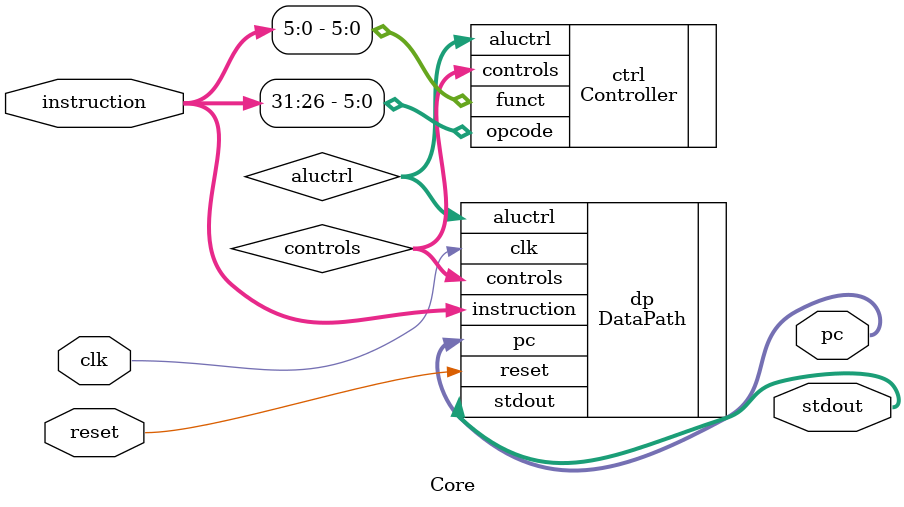
<source format=sv>
module Core(
  input clk, reset,
  input [31:0] instruction, 
  output logic [31:0] pc, stdout
); 
  logic [9:0] controls;
  logic [3:0] aluctrl;

  Controller ctrl(.opcode(instruction[31:26]), .funct(instruction[5:0]), 
                  .controls(controls), .aluctrl(aluctrl));
  DataPath dp(.clk(clk), .reset(reset), .instruction(instruction), 
              .controls(controls), .aluctrl(aluctrl), .pc(pc), .stdout(stdout));
endmodule

</source>
